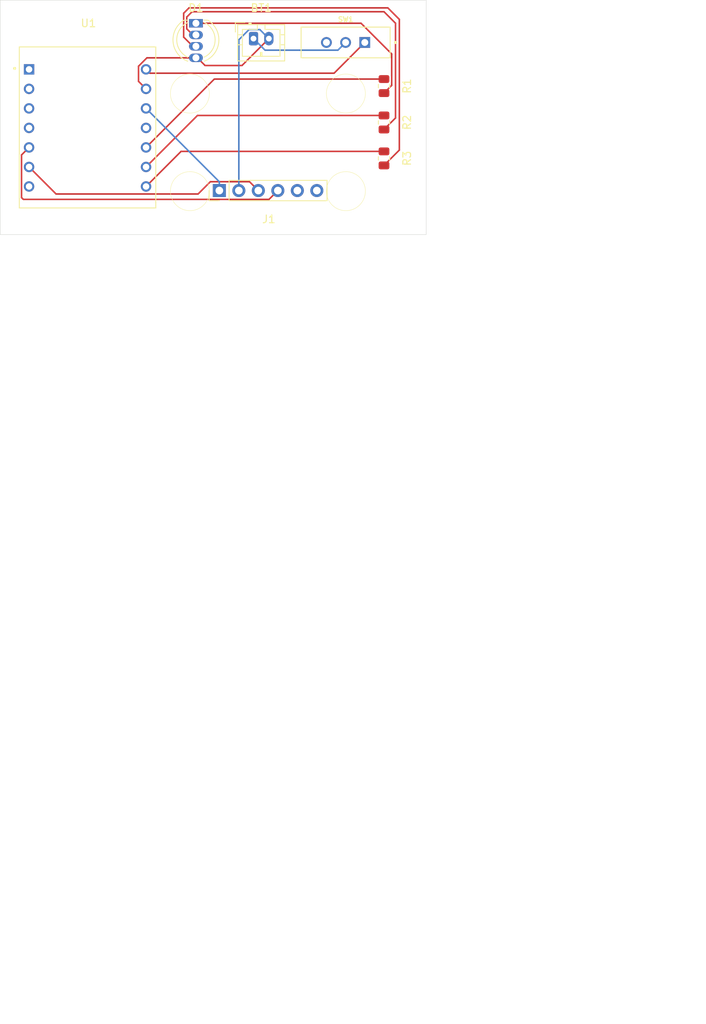
<source format=kicad_pcb>
(kicad_pcb (version 20240108) (generator "pcbnew") (generator_version "8.0")
  (layers (0 "F.Cu" signal) (31 "B.Cu" signal) (34 "B.Paste" user) (35 "F.Paste" user) (36 "B.SilkS" user "B.Silkscreen") (37 "F.SilkS" user "F.Silkscreen") (38 "B.Mask" user) (39 "F.Mask" user) (44 "Edge.Cuts" user))
  (net 0 "")
  (net 1 "/GND")
  (net 2 "/VCC")
  (net 4 "/LED_G")
  (net 5 "/LED_R")
  (net 6 "/LED_B")
  (net 7 "/3V3")
  (net 8 "Net-(J1-SDA)")
  (net 9 "Net-(J1-SCL)")
  (net 10 "Net-(U1-D9)")
  (net 11 "Net-(U1-D8)")
  (net 12 "Net-(U1-RX_D7)")
  (net 18 "/BT1+")
  (footprint "MINI-SPDT-SW:SW_MINI-SPDT-SW" (layer "F.Cu") (at 170 66.5 180)
    (property "Reference" "SW1" (at 0 3 0) (layer "F.SilkS") (effects (font (size 0.64 0.64))))
    (property "Value" "SW_SPDT" (hide yes))
    (fp_line (start 5.8 2) (end 5.8 -2) (stroke (width 0.127)) (layer "F.SilkS"))
    (fp_line (start 5.8 -2) (end -5.8 -2) (stroke (width 0.127)) (layer "F.SilkS"))
    (fp_line (start -5.8 2) (end 5.8 2) (stroke (width 0.127)) (layer "F.SilkS"))
    (fp_line (start -5.8 -2) (end -5.8 2) (stroke (width 0.127)) (layer "F.SilkS"))
    (fp_circle (center -6.5 0) (end -6.4 0) (stroke (width 0.2)) (fill none) (layer "F.SilkS"))
    (pad "1" thru_hole rect (at -2.5 0 180) (size 1.408 1.408) (drill 0.9) (layers "*.Cu" "*.Mask") (net 2 "/VCC"))
    (pad "2" thru_hole circle (at 0 0 180) (size 1.408 1.408) (drill 0.9) (layers "*.Cu" "*.Mask") (net 18 "/BT1+"))
    (pad "3" thru_hole circle (at 2.5 0 180) (size 1.408 1.408) (drill 0.9) (layers "*.Cu" "*.Mask"))
  )
  (footprint "Resistor_SMD:R_0805_2012Metric" (layer "F.Cu") (at 175 81.5875 -90)
    (property "Reference" "R3" (at 0 -3 90) (layer "F.SilkS"))
    (property "Value" "R" (hide yes))
    (fp_line (start -0.227064 0.735) (end 0.227064 0.735) (stroke (width 0.12)) (layer "F.SilkS"))
    (fp_line (start -0.227064 -0.735) (end 0.227064 -0.735) (stroke (width 0.12)) (layer "F.SilkS"))
    (pad "1" smd roundrect (at -0.9125 0 270) (size 1.025 1.4) (layers "F.Cu" "F.Paste" "F.Mask") (roundrect_rratio 0.243902) (net 12 "Net-(U1-RX_D7)"))
    (pad "2" smd roundrect (at 0.9125 0 270) (size 1.025 1.4) (layers "F.Cu" "F.Paste" "F.Mask") (roundrect_rratio 0.243902) (net 6 "/LED_B"))
  )
  (footprint "Connector_JST:JST_PH_B2B-PH-K_1x02_P2.00mm_Vertical" (layer "F.Cu") (at 158 66)
    (property "Reference" "BT1" (at 1 -4 0) (layer "F.SilkS"))
    (property "Value" "Battery_Cell" (hide yes))
    (fp_line (start -2.36 -2.11) (end -2.36 -0.86) (stroke (width 0.12)) (layer "F.SilkS"))
    (fp_line (start -2.06 -1.81) (end -2.06 2.91) (stroke (width 0.12)) (layer "F.SilkS"))
    (fp_line (start -2.06 -0.5) (end -1.45 -0.5) (stroke (width 0.12)) (layer "F.SilkS"))
    (fp_line (start -2.06 0.8) (end -1.45 0.8) (stroke (width 0.12)) (layer "F.SilkS"))
    (fp_line (start -2.06 2.91) (end 4.06 2.91) (stroke (width 0.12)) (layer "F.SilkS"))
    (fp_line (start -1.45 -1.2) (end -1.45 2.3) (stroke (width 0.12)) (layer "F.SilkS"))
    (fp_line (start -1.45 2.3) (end 3.45 2.3) (stroke (width 0.12)) (layer "F.SilkS"))
    (fp_line (start -1.11 -2.11) (end -2.36 -2.11) (stroke (width 0.12)) (layer "F.SilkS"))
    (fp_line (start -0.6 -2.01) (end -0.6 -1.81) (stroke (width 0.12)) (layer "F.SilkS"))
    (fp_line (start -0.3 -2.01) (end -0.6 -2.01) (stroke (width 0.12)) (layer "F.SilkS"))
    (fp_line (start -0.3 -1.91) (end -0.6 -1.91) (stroke (width 0.12)) (layer "F.SilkS"))
    (fp_line (start -0.3 -1.81) (end -0.3 -2.01) (stroke (width 0.12)) (layer "F.SilkS"))
    (fp_line (start 0.5 -1.81) (end 0.5 -1.2) (stroke (width 0.12)) (layer "F.SilkS"))
    (fp_line (start 0.5 -1.2) (end -1.45 -1.2) (stroke (width 0.12)) (layer "F.SilkS"))
    (fp_line (start 0.9 1.8) (end 1.1 1.8) (stroke (width 0.12)) (layer "F.SilkS"))
    (fp_line (start 0.9 2.3) (end 0.9 1.8) (stroke (width 0.12)) (layer "F.SilkS"))
    (fp_line (start 1 2.3) (end 1 1.8) (stroke (width 0.12)) (layer "F.SilkS"))
    (fp_line (start 1.1 1.8) (end 1.1 2.3) (stroke (width 0.12)) (layer "F.SilkS"))
    (fp_line (start 1.5 -1.2) (end 1.5 -1.81) (stroke (width 0.12)) (layer "F.SilkS"))
    (fp_line (start 3.45 -1.2) (end 1.5 -1.2) (stroke (width 0.12)) (layer "F.SilkS"))
    (fp_line (start 3.45 2.3) (end 3.45 -1.2) (stroke (width 0.12)) (layer "F.SilkS"))
    (fp_line (start 4.06 -1.81) (end -2.06 -1.81) (stroke (width 0.12)) (layer "F.SilkS"))
    (fp_line (start 4.06 -0.5) (end 3.45 -0.5) (stroke (width 0.12)) (layer "F.SilkS"))
    (fp_line (start 4.06 0.8) (end 3.45 0.8) (stroke (width 0.12)) (layer "F.SilkS"))
    (fp_line (start 4.06 2.91) (end 4.06 -1.81) (stroke (width 0.12)) (layer "F.SilkS"))
    (pad "1" thru_hole roundrect (at 0 0) (size 1.2 1.75) (drill 0.75) (layers "*.Cu" "*.Mask") (roundrect_rratio 0.208333) (net 18 "/BT1+"))
    (pad "2" thru_hole oval (at 2 0) (size 1.2 1.75) (drill 0.75) (layers "*.Cu" "*.Mask") (net 1 "/GND"))
  )
  (footprint "LED_THT:LED_D5.0mm-4_RGB" (layer "F.Cu") (at 150.5 64.25 -90)
    (property "Reference" "D1" (at -2.25 0 0) (layer "F.SilkS"))
    (property "Value" "LED_RGBA" (hide yes))
    (fp_line (start -0.655 1.08) (end -0.655 1.545) (stroke (width 0.12)) (layer "F.SilkS"))
    (fp_line (start -0.655 -1.545) (end -0.655 -1.08) (stroke (width 0.12)) (layer "F.SilkS"))
    (fp_arc (start 4.693107 1.080075) (mid 2.163858 2.978774) (end -0.655 1.54483) (stroke (width 0.12)) (layer "F.SilkS"))
    (fp_arc (start 4.159656 1.080059) (mid 1.904967 2.5) (end -0.349684 1.08) (stroke (width 0.12)) (layer "F.SilkS"))
    (fp_arc (start -0.349684 -1.08) (mid 1.904967 -2.5) (end 4.159656 -1.080059) (stroke (width 0.12)) (layer "F.SilkS"))
    (fp_arc (start -0.655 -1.54483) (mid 2.163858 -2.978774) (end 4.693107 -1.080075) (stroke (width 0.12)) (layer "F.SilkS"))
    (pad "1" thru_hole rect (at -0.25 0 270) (size 1.1 1.8) (drill 0.9) (layers "*.Cu" "*.Mask") (net 5 "/LED_R"))
    (pad "2" thru_hole oval (at 1.27 0 270) (size 1.1 1.8) (drill 0.9) (layers "*.Cu" "*.Mask") (net 4 "/LED_G"))
    (pad "3" thru_hole oval (at 2.75 0 270) (size 1.1 1.8) (drill 0.9) (layers "*.Cu" "*.Mask") (net 6 "/LED_B"))
    (pad "4" thru_hole oval (at 4.25 0 270) (size 1.1 1.8) (drill 0.9) (layers "*.Cu" "*.Mask") (net 1 "/GND"))
  )
  (footprint "Resistor_SMD:R_0805_2012Metric" (layer "F.Cu") (at 175 76.9125 -90)
    (property "Reference" "R2" (at 0 -3 90) (layer "F.SilkS"))
    (property "Value" "R" (hide yes))
    (fp_line (start -0.227064 0.735) (end 0.227064 0.735) (stroke (width 0.12)) (layer "F.SilkS"))
    (fp_line (start -0.227064 -0.735) (end 0.227064 -0.735) (stroke (width 0.12)) (layer "F.SilkS"))
    (pad "1" smd roundrect (at -0.9125 0 270) (size 1.025 1.4) (layers "F.Cu" "F.Paste" "F.Mask") (roundrect_rratio 0.243902) (net 11 "Net-(U1-D8)"))
    (pad "2" smd roundrect (at 0.9125 0 270) (size 1.025 1.4) (layers "F.Cu" "F.Paste" "F.Mask") (roundrect_rratio 0.243902) (net 4 "/LED_G"))
  )
  (footprint "Resistor_SMD:R_0805_2012Metric" (layer "F.Cu") (at 175 72.175 -90)
    (property "Reference" "R1" (at 0 -3 90) (layer "F.SilkS"))
    (property "Value" "R" (hide yes))
    (fp_line (start -0.227064 0.735) (end 0.227064 0.735) (stroke (width 0.12)) (layer "F.SilkS"))
    (fp_line (start -0.227064 -0.735) (end 0.227064 -0.735) (stroke (width 0.12)) (layer "F.SilkS"))
    (pad "1" smd roundrect (at -0.9125 0 270) (size 1.025 1.4) (layers "F.Cu" "F.Paste" "F.Mask") (roundrect_rratio 0.243902) (net 10 "Net-(U1-D9)"))
    (pad "2" smd roundrect (at 0.9125 0 270) (size 1.025 1.4) (layers "F.Cu" "F.Paste" "F.Mask") (roundrect_rratio 0.243902) (net 5 "/LED_R"))
  )
  (footprint "113991054:MODULE_113991054" (layer "F.Cu") (at 136.38 77.5565)
    (property "Reference" "U1" (at 0.12 -13.5565 0) (layer "F.SilkS"))
    (property "Value" "ESP32_S3" (hide yes))
    (fp_line (start -8.89 -10.4775) (end 8.89 -10.4775) (stroke (width 0.127)) (layer "F.SilkS"))
    (fp_line (start -8.89 10.4775) (end -8.89 -10.4775) (stroke (width 0.127)) (layer "F.SilkS"))
    (fp_line (start 8.89 -10.4775) (end 8.89 10.4775) (stroke (width 0.127)) (layer "F.SilkS"))
    (fp_line (start 8.89 10.4775) (end -8.89 10.4775) (stroke (width 0.127)) (layer "F.SilkS"))
    (fp_circle (center -9.5 -7.6835) (end -9.4 -7.6835) (stroke (width 0.2)) (fill none) (layer "F.SilkS"))
    (pad "1" thru_hole rect (at -7.62 -7.5565) (size 1.358 1.358) (drill 0.85) (layers "*.Cu" "*.Mask"))
    (pad "2" thru_hole circle (at -7.62 -5.0165) (size 1.358 1.358) (drill 0.85) (layers "*.Cu" "*.Mask"))
    (pad "3" thru_hole circle (at -7.62 -2.4765) (size 1.358 1.358) (drill 0.85) (layers "*.Cu" "*.Mask"))
    (pad "4" thru_hole circle (at -7.62 0.0635) (size 1.358 1.358) (drill 0.85) (layers "*.Cu" "*.Mask"))
    (pad "5" thru_hole circle (at -7.62 2.6035) (size 1.358 1.358) (drill 0.85) (layers "*.Cu" "*.Mask") (net 8 "Net-(J1-SDA)"))
    (pad "6" thru_hole circle (at -7.62 5.1435) (size 1.358 1.358) (drill 0.85) (layers "*.Cu" "*.Mask") (net 9 "Net-(J1-SCL)"))
    (pad "7" thru_hole circle (at -7.62 7.6835) (size 1.358 1.358) (drill 0.85) (layers "*.Cu" "*.Mask"))
    (pad "8" thru_hole circle (at 7.62 7.6835) (size 1.358 1.358) (drill 0.85) (layers "*.Cu" "*.Mask") (net 12 "Net-(U1-RX_D7)"))
    (pad "9" thru_hole circle (at 7.62 5.1435) (size 1.358 1.358) (drill 0.85) (layers "*.Cu" "*.Mask") (net 11 "Net-(U1-D8)"))
    (pad "10" thru_hole circle (at 7.62 2.6035) (size 1.358 1.358) (drill 0.85) (layers "*.Cu" "*.Mask") (net 10 "Net-(U1-D9)"))
    (pad "11" thru_hole circle (at 7.62 0.0635) (size 1.358 1.358) (drill 0.85) (layers "*.Cu" "*.Mask"))
    (pad "12" thru_hole circle (at 7.62 -2.4765) (size 1.358 1.358) (drill 0.85) (layers "*.Cu" "*.Mask") (net 7 "/3V3"))
    (pad "13" thru_hole circle (at 7.62 -5.0165) (size 1.358 1.358) (drill 0.85) (layers "*.Cu" "*.Mask") (net 1 "/GND"))
    (pad "14" thru_hole circle (at 7.62 -7.5565) (size 1.358 1.358) (drill 0.85) (layers "*.Cu" "*.Mask") (net 2 "/VCC"))
  )
  (footprint "Connector_PinSocket_2.54mm:PinSocket_1x06_P2.54mm_Vertical" (layer "F.Cu") (at 160 79)
    (property "Reference" "J1" (at 0 10.5 0) (layer "F.SilkS"))
    (property "Value" "VL53L0X" (hide yes))
    (fp_line (start -7.78 6.77) (end -7.78 8.1) (stroke (width 0.12)) (layer "F.SilkS"))
    (fp_line (start -7.78 8.1) (end -6.45 8.1) (stroke (width 0.12)) (layer "F.SilkS"))
    (fp_line (start -5.18 5.44) (end -5.18 8.1) (stroke (width 0.12)) (layer "F.SilkS"))
    (fp_line (start -5.18 5.44) (end 7.58 5.44) (stroke (width 0.12)) (layer "F.SilkS"))
    (fp_line (start -5.18 8.1) (end 7.58 8.1) (stroke (width 0.12)) (layer "F.SilkS"))
    (fp_line (start 7.58 5.44) (end 7.58 8.1) (stroke (width 0.12)) (layer "F.SilkS"))
    (fp_circle (center -10.285 -5.85) (end -7.745 -5.85) (stroke (width 0.0508)) (fill none) (layer "F.SilkS"))
    (fp_circle (center -10.285 6.85) (end -7.745 6.85) (stroke (width 0.0508)) (fill none) (layer "F.SilkS"))
    (fp_circle (center 10.035 -5.85) (end 12.575 -5.85) (stroke (width 0.0508)) (fill none) (layer "F.SilkS"))
    (fp_circle (center 10.035 6.85) (end 12.575 6.85) (stroke (width 0.0508)) (fill none) (layer "F.SilkS"))
    (pad "1" thru_hole rect (at -6.45 6.77 90) (size 1.7 1.7) (drill 1) (layers "*.Cu" "*.Mask") (net 7 "/3V3"))
    (pad "2" thru_hole oval (at -3.91 6.77 90) (size 1.7 1.7) (drill 1) (layers "*.Cu" "*.Mask") (net 1 "/GND"))
    (pad "3" thru_hole oval (at -1.37 6.77 90) (size 1.7 1.7) (drill 1) (layers "*.Cu" "*.Mask") (net 9 "Net-(J1-SCL)"))
    (pad "4" thru_hole oval (at 1.17 6.77 90) (size 1.7 1.7) (drill 1) (layers "*.Cu" "*.Mask") (net 8 "Net-(J1-SDA)"))
    (pad "5" thru_hole oval (at 3.71 6.77 90) (size 1.7 1.7) (drill 1) (layers "*.Cu" "*.Mask"))
    (pad "6" thru_hole oval (at 6.25 6.77 90) (size 1.7 1.7) (drill 1) (layers "*.Cu" "*.Mask"))
  )
  (gr_rect (start 125 61) (end 180.5 91.5) (stroke (width 0.05)) (fill none) (layer "Edge.Cuts"))
  (segment (start 143.021 71.561) (end 144 72.54) (width 0.2) (layer "F.Cu") (net 1))
  (segment (start 160 66) (end 156.5 69.5) (width 0.2) (layer "F.Cu") (net 1))
  (segment (start 150.69 68.5) (end 144.115484 68.5) (width 0.2) (layer "F.Cu") (net 1))
  (segment (start 143.021 69.594484) (end 143.021 71.561) (width 0.2) (layer "F.Cu") (net 1))
  (segment (start 151.69 69.5) (end 150.69 68.5) (width 0.2) (layer "F.Cu") (net 1))
  (segment (start 156.5 69.5) (end 151.69 69.5) (width 0.2) (layer "F.Cu") (net 1))
  (segment (start 144.115484 68.5) (end 143.021 69.594484) (width 0.2) (layer "F.Cu") (net 1))
  (segment (start 156.09 85.77) (end 156.09 66.150256) (width 0.2) (layer "B.Cu") (net 1))
  (segment (start 156.09 66.150256) (end 157.415256 64.825) (width 0.2) (layer "B.Cu") (net 1))
  (segment (start 157.415256 64.825) (end 158.825 64.825) (width 0.2) (layer "B.Cu") (net 1))
  (segment (start 158.825 64.825) (end 160 66) (width 0.2) (layer "B.Cu") (net 1))
  (segment (start 144.5 70.5) (end 168.5 70.5) (width 0.2) (layer "F.Cu") (net 2))
  (segment (start 168.5 70.5) (end 172.5 66.5) (width 0.2) (layer "F.Cu") (net 2))
  (segment (start 144 70) (end 144.5 70.5) (width 0.2) (layer "F.Cu") (net 2))
  (segment (start 150 62.5) (end 175 62.5) (width 0.2) (layer "F.Cu") (net 4))
  (segment (start 150.1 65.52) (end 149.3 64.72) (width 0.2) (layer "F.Cu") (net 4))
  (segment (start 175 62.5) (end 176.5 64) (width 0.2) (layer "F.Cu") (net 4))
  (segment (start 149.3 64.72) (end 149.3 63.2) (width 0.2) (layer "F.Cu") (net 4))
  (segment (start 176.5 64) (end 176.5 76.325) (width 0.2) (layer "F.Cu") (net 4))
  (segment (start 149.3 63.2) (end 150 62.5) (width 0.2) (layer "F.Cu") (net 4))
  (segment (start 150.5 65.52) (end 150.1 65.52) (width 0.2) (layer "F.Cu") (net 4))
  (segment (start 176.5 76.325) (end 175 77.825) (width 0.2) (layer "F.Cu") (net 4))
  (segment (start 172.008 64) (end 176 67.992) (width 0.2) (layer "F.Cu") (net 5))
  (segment (start 176 67.992) (end 176 72.0875) (width 0.2) (layer "F.Cu") (net 5))
  (segment (start 176 72.0875) (end 175 73.0875) (width 0.2) (layer "F.Cu") (net 5))
  (segment (start 150.5 64) (end 172.008 64) (width 0.2) (layer "F.Cu") (net 5))
  (segment (start 149.6 62) (end 175.5 62) (width 0.2) (layer "F.Cu") (net 6))
  (segment (start 150.5 67) (end 150.1 67) (width 0.2) (layer "F.Cu") (net 6))
  (segment (start 177 80.5) (end 175 82.5) (width 0.2) (layer "F.Cu") (net 6))
  (segment (start 175.5 62) (end 177 63.5) (width 0.2) (layer "F.Cu") (net 6))
  (segment (start 148.9 65.8) (end 148.9 62.7) (width 0.2) (layer "F.Cu") (net 6))
  (segment (start 148.9 62.7) (end 149.6 62) (width 0.2) (layer "F.Cu") (net 6))
  (segment (start 150.1 67) (end 148.9 65.8) (width 0.2) (layer "F.Cu") (net 6))
  (segment (start 177 63.5) (end 177 80.5) (width 0.2) (layer "F.Cu") (net 6))
  (segment (start 153.55 84.63) (end 144 75.08) (width 0.2) (layer "B.Cu") (net 7))
  (segment (start 153.55 85.77) (end 153.55 84.63) (width 0.2) (layer "B.Cu") (net 7))
  (segment (start 127.781 86.681) (end 128.02 86.92) (width 0.2) (layer "F.Cu") (net 8))
  (segment (start 127.781 81.139) (end 127.781 86.681) (width 0.2) (layer "F.Cu") (net 8))
  (segment (start 128.76 80.16) (end 127.781 81.139) (width 0.2) (layer "F.Cu") (net 8))
  (segment (start 128.02 86.92) (end 160.02 86.92) (width 0.2) (layer "F.Cu") (net 8))
  (segment (start 160.02 86.92) (end 161.17 85.77) (width 0.2) (layer "F.Cu") (net 8))
  (segment (start 152.38 84.62) (end 157.48 84.62) (width 0.2) (layer "F.Cu") (net 9))
  (segment (start 132.279 86.219) (end 150.781 86.219) (width 0.2) (layer "F.Cu") (net 9))
  (segment (start 157.48 84.62) (end 158.63 85.77) (width 0.2) (layer "F.Cu") (net 9))
  (segment (start 128.76 82.7) (end 132.279 86.219) (width 0.2) (layer "F.Cu") (net 9))
  (segment (start 150.781 86.219) (end 152.38 84.62) (width 0.2) (layer "F.Cu") (net 9))
  (segment (start 144 80.16) (end 152.8975 71.2625) (width 0.2) (layer "F.Cu") (net 10))
  (segment (start 152.8975 71.2625) (end 175 71.2625) (width 0.2) (layer "F.Cu") (net 10))
  (segment (start 144 82.7) (end 150.7 76) (width 0.2) (layer "F.Cu") (net 11))
  (segment (start 150.7 76) (end 175 76) (width 0.2) (layer "F.Cu") (net 11))
  (segment (start 144 85.24) (end 148.565 80.675) (width 0.2) (layer "F.Cu") (net 12))
  (segment (start 148.565 80.675) (end 175 80.675) (width 0.2) (layer "F.Cu") (net 12))
  (segment (start 168.996 67.504) (end 159.504 67.504) (width 0.2) (layer "B.Cu") (net 18))
  (segment (start 170 66.5) (end 168.996 67.504) (width 0.2) (layer "B.Cu") (net 18))
  (segment (start 159.504 67.504) (end 158 66) (width 0.2) (layer "B.Cu") (net 18))
)
</source>
